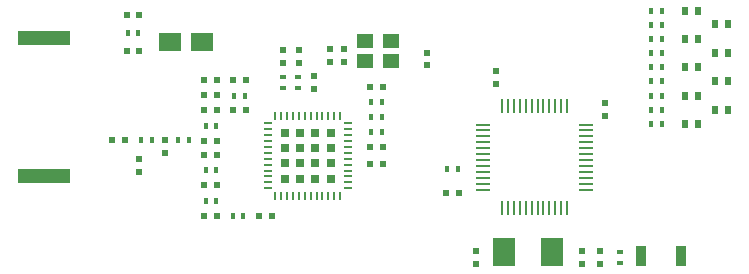
<source format=gtp>
G04 #@! TF.GenerationSoftware,KiCad,Pcbnew,no-vcs-found-826efab~61~ubuntu17.10.1*
G04 #@! TF.CreationDate,2018-02-08T22:21:19+01:00*
G04 #@! TF.ProjectId,mmdvm_hs-hat,6D6D64766D5F68732D6861742E6B6963,1.5*
G04 #@! TF.SameCoordinates,Original*
G04 #@! TF.FileFunction,Paste,Top*
G04 #@! TF.FilePolarity,Positive*
%FSLAX46Y46*%
G04 Gerber Fmt 4.6, Leading zero omitted, Abs format (unit mm)*
G04 Created by KiCad (PCBNEW no-vcs-found-826efab~61~ubuntu17.10.1) date Thu Feb  8 22:21:19 2018*
%MOMM*%
%LPD*%
G01*
G04 APERTURE LIST*
%ADD10R,0.400000X0.600000*%
%ADD11R,0.600000X0.700000*%
%ADD12R,0.500000X0.600000*%
%ADD13R,0.600000X0.500000*%
%ADD14R,0.600000X0.400000*%
%ADD15R,0.900000X1.700000*%
%ADD16R,0.700000X0.250000*%
%ADD17R,0.250000X0.700000*%
%ADD18R,0.772500X0.772500*%
%ADD19R,0.250000X1.300000*%
%ADD20R,1.300000X0.250000*%
%ADD21R,1.400000X1.200000*%
%ADD22R,1.900000X2.400000*%
%ADD23R,4.500000X1.300000*%
%ADD24R,1.950000X1.500000*%
G04 APERTURE END LIST*
D10*
X210750000Y-122200000D03*
X209850000Y-122200000D03*
D11*
X212750000Y-122200000D03*
X213850000Y-122200000D03*
D12*
X168750000Y-123600000D03*
X168750000Y-124700000D03*
D13*
X172050000Y-121000000D03*
X173150000Y-121000000D03*
X172050000Y-119750000D03*
X173150000Y-119750000D03*
X173150000Y-123650000D03*
X172050000Y-123650000D03*
X173150000Y-124850000D03*
X172050000Y-124850000D03*
X173150000Y-127400000D03*
X172050000Y-127400000D03*
X173150000Y-130000000D03*
X172050000Y-130000000D03*
X173150000Y-118500000D03*
X172050000Y-118500000D03*
X175550000Y-121050000D03*
X174450000Y-121050000D03*
X176650000Y-130000000D03*
X177750000Y-130000000D03*
X175550000Y-118500000D03*
X174450000Y-118500000D03*
D12*
X178700000Y-117000000D03*
X178700000Y-115900000D03*
X180050000Y-117000000D03*
X180050000Y-115900000D03*
X181300000Y-119250000D03*
X181300000Y-118150000D03*
X182650000Y-115850000D03*
X182650000Y-116950000D03*
X205500000Y-132950000D03*
X205500000Y-134050000D03*
X183850000Y-116950000D03*
X183850000Y-115850000D03*
D13*
X187150000Y-119050000D03*
X186050000Y-119050000D03*
D12*
X190850000Y-116150000D03*
X190850000Y-117250000D03*
D13*
X187150000Y-125550000D03*
X186050000Y-125550000D03*
D12*
X195000000Y-134050000D03*
X195000000Y-132950000D03*
D13*
X187150000Y-124150000D03*
X186050000Y-124150000D03*
D12*
X204000000Y-134050000D03*
X204000000Y-132950000D03*
D13*
X193590000Y-128050000D03*
X192490000Y-128050000D03*
D12*
X206000000Y-121550000D03*
X206000000Y-120450000D03*
X196700000Y-118800000D03*
X196700000Y-117700000D03*
D11*
X215250000Y-113750000D03*
X216350000Y-113750000D03*
X212750000Y-112600000D03*
X213850000Y-112600000D03*
X212750000Y-115000000D03*
X213850000Y-115000000D03*
X215250000Y-116200000D03*
X216350000Y-116200000D03*
X212750000Y-117400000D03*
X213850000Y-117400000D03*
X215250000Y-118600000D03*
X216350000Y-118600000D03*
X212750000Y-119800000D03*
X213850000Y-119800000D03*
D10*
X193490000Y-126050000D03*
X192590000Y-126050000D03*
X173050000Y-128700000D03*
X172150000Y-128700000D03*
D14*
X178700000Y-119150000D03*
X178700000Y-118250000D03*
X180000000Y-119150000D03*
X180000000Y-118250000D03*
X207200000Y-133950000D03*
X207200000Y-133050000D03*
D10*
X187050000Y-120300000D03*
X186150000Y-120300000D03*
X187050000Y-121600000D03*
X186150000Y-121600000D03*
X187050000Y-122900000D03*
X186150000Y-122900000D03*
X210750000Y-112600000D03*
X209850000Y-112600000D03*
X210750000Y-115000000D03*
X209850000Y-115000000D03*
X210750000Y-116200000D03*
X209850000Y-116200000D03*
X210750000Y-117400000D03*
X209850000Y-117400000D03*
X210750000Y-118600000D03*
X209850000Y-118600000D03*
X210750000Y-119800000D03*
X209850000Y-119800000D03*
X210750000Y-121000000D03*
X209850000Y-121000000D03*
X209850000Y-113800000D03*
X210750000Y-113800000D03*
D15*
X209000000Y-133400000D03*
X212400000Y-133400000D03*
D16*
X177393750Y-122143750D03*
X177393750Y-122643750D03*
X177393750Y-123143750D03*
X177393750Y-123643750D03*
X177393750Y-124143750D03*
X177393750Y-124643750D03*
X177393750Y-125143750D03*
X177393750Y-125643750D03*
X177393750Y-126143750D03*
X177393750Y-126643750D03*
X177393750Y-127143750D03*
X177393750Y-127643750D03*
D17*
X178043750Y-128293750D03*
X178543750Y-128293750D03*
X179043750Y-128293750D03*
X179543750Y-128293750D03*
X180043750Y-128293750D03*
X180543750Y-128293750D03*
X181043750Y-128293750D03*
X181543750Y-128293750D03*
X182043750Y-128293750D03*
X182543750Y-128293750D03*
X183043750Y-128293750D03*
X183543750Y-128293750D03*
D16*
X184193750Y-127643750D03*
X184193750Y-127143750D03*
X184193750Y-126643750D03*
X184193750Y-126143750D03*
X184193750Y-125643750D03*
X184193750Y-125143750D03*
X184193750Y-124643750D03*
X184193750Y-124143750D03*
X184193750Y-123643750D03*
X184193750Y-123143750D03*
X184193750Y-122643750D03*
X184193750Y-122143750D03*
D17*
X183543750Y-121493750D03*
X183043750Y-121493750D03*
X182543750Y-121493750D03*
X182043750Y-121493750D03*
X181543750Y-121493750D03*
X181043750Y-121493750D03*
X180543750Y-121493750D03*
X180043750Y-121493750D03*
X179543750Y-121493750D03*
X179043750Y-121493750D03*
X178543750Y-121493750D03*
X178043750Y-121493750D03*
D18*
X182725000Y-126825000D03*
X182725000Y-125537500D03*
X182725000Y-124250000D03*
X182725000Y-122962500D03*
X181437500Y-126825000D03*
X181437500Y-125537500D03*
X181437500Y-124250000D03*
X181437500Y-122962500D03*
X180150000Y-126825000D03*
X180150000Y-125537500D03*
X180150000Y-124250000D03*
X180150000Y-122962500D03*
X178862500Y-126825000D03*
X178862500Y-125537500D03*
X178862500Y-124250000D03*
X178862500Y-122962500D03*
D19*
X197250000Y-129350000D03*
X197750000Y-129350000D03*
X198250000Y-129350000D03*
X198750000Y-129350000D03*
X199250000Y-129350000D03*
X199750000Y-129350000D03*
X200250000Y-129350000D03*
X200750000Y-129350000D03*
X201250000Y-129350000D03*
X201750000Y-129350000D03*
X202250000Y-129350000D03*
X202750000Y-129350000D03*
D20*
X204350000Y-127750000D03*
X204350000Y-127250000D03*
X204350000Y-126750000D03*
X204350000Y-126250000D03*
X204350000Y-125750000D03*
X204350000Y-125250000D03*
X204350000Y-124750000D03*
X204350000Y-124250000D03*
X204350000Y-123750000D03*
X204350000Y-123250000D03*
X204350000Y-122750000D03*
X204350000Y-122250000D03*
D19*
X202750000Y-120650000D03*
X202250000Y-120650000D03*
X201750000Y-120650000D03*
X201250000Y-120650000D03*
X200750000Y-120650000D03*
X200250000Y-120650000D03*
X199750000Y-120650000D03*
X199250000Y-120650000D03*
X198750000Y-120650000D03*
X198250000Y-120650000D03*
X197750000Y-120650000D03*
X197250000Y-120650000D03*
D20*
X195650000Y-122250000D03*
X195650000Y-122750000D03*
X195650000Y-123250000D03*
X195650000Y-123750000D03*
X195650000Y-124250000D03*
X195650000Y-124750000D03*
X195650000Y-125250000D03*
X195650000Y-125750000D03*
X195650000Y-126250000D03*
X195650000Y-126750000D03*
X195650000Y-127250000D03*
X195650000Y-127750000D03*
D21*
X187850000Y-115150000D03*
X185650000Y-115150000D03*
X185650000Y-116850000D03*
X187850000Y-116850000D03*
D22*
X197400000Y-133000000D03*
X201500000Y-133000000D03*
D11*
X215250000Y-121000000D03*
X216350000Y-121000000D03*
D10*
X174450000Y-130000000D03*
X175350000Y-130000000D03*
X175450000Y-119800000D03*
X174550000Y-119800000D03*
D23*
X158500000Y-126600000D03*
X158500000Y-114900000D03*
D13*
X165450000Y-113000000D03*
X166550000Y-113000000D03*
D24*
X169125000Y-115250000D03*
X171875000Y-115250000D03*
D13*
X166550000Y-116000000D03*
X165450000Y-116000000D03*
D10*
X165550000Y-114500000D03*
X166450000Y-114500000D03*
D12*
X166500000Y-126300000D03*
X166500000Y-125200000D03*
D13*
X165300000Y-123600000D03*
X164200000Y-123600000D03*
D10*
X166700000Y-123600000D03*
X167600000Y-123600000D03*
X169850000Y-123600000D03*
X170750000Y-123600000D03*
X173050000Y-122350000D03*
X172150000Y-122350000D03*
X172150000Y-126100000D03*
X173050000Y-126100000D03*
M02*

</source>
